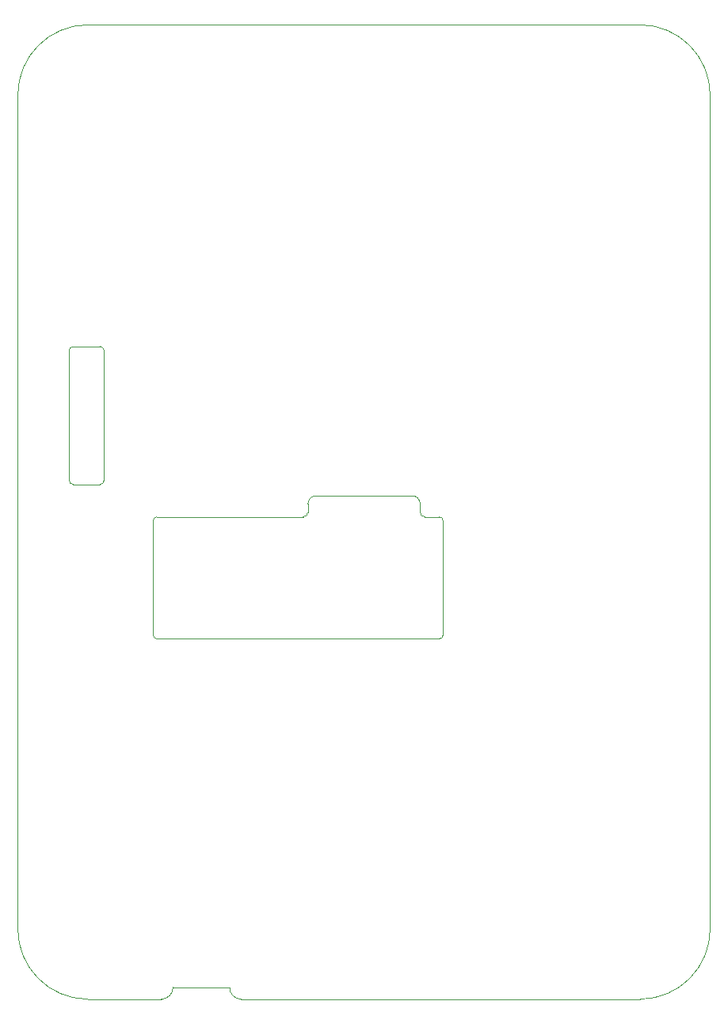
<source format=gbr>
%TF.GenerationSoftware,KiCad,Pcbnew,8.0.4*%
%TF.CreationDate,2024-08-09T22:29:50-04:00*%
%TF.ProjectId,beepy,62656570-792e-46b6-9963-61645f706362,rev?*%
%TF.SameCoordinates,Original*%
%TF.FileFunction,Profile,NP*%
%FSLAX46Y46*%
G04 Gerber Fmt 4.6, Leading zero omitted, Abs format (unit mm)*
G04 Created by KiCad (PCBNEW 8.0.4) date 2024-08-09 22:29:50*
%MOMM*%
%LPD*%
G01*
G04 APERTURE LIST*
%TA.AperFunction,Profile*%
%ADD10C,0.100000*%
%TD*%
G04 APERTURE END LIST*
D10*
X68545686Y-93329999D02*
G75*
G02*
X68945687Y-92929986I400014J-1D01*
G01*
X99540002Y-105524315D02*
G75*
G02*
X99140001Y-105924302I-400002J15D01*
G01*
X62890000Y-74740000D02*
G75*
G02*
X63290000Y-75140000I0J-400000D01*
G01*
X59990000Y-89440000D02*
G75*
G02*
X59590000Y-89040000I0J400000D01*
G01*
X99540002Y-105524315D02*
X99540001Y-93330000D01*
X97593553Y-92926447D02*
G75*
G02*
X97093553Y-92426447I47J500047D01*
G01*
X99140002Y-92929999D02*
G75*
G02*
X99540001Y-93330000I-2J-400001D01*
G01*
X97093553Y-92426447D02*
X97097105Y-91539888D01*
X85100112Y-91547105D02*
G75*
G02*
X85980000Y-90660013I883588J3505D01*
G01*
X70676117Y-143146117D02*
G75*
G02*
X69426117Y-144396117I-1250017J17D01*
G01*
X54090000Y-136900000D02*
X54090000Y-47900000D01*
X69426117Y-144396117D02*
X61590000Y-144400000D01*
X120590000Y-40400000D02*
X61590000Y-40400000D01*
X63290001Y-89040001D02*
G75*
G02*
X62890000Y-89440001I-400001J1D01*
G01*
X85096447Y-92426447D02*
G75*
G02*
X84596447Y-92926447I-500047J47D01*
G01*
X96210000Y-90660000D02*
X85980000Y-90660000D01*
X68545686Y-93329999D02*
X68545687Y-105524314D01*
X96210000Y-90660000D02*
G75*
G02*
X97097200Y-91539888I3600J-883600D01*
G01*
X120590000Y-144400000D02*
X77963883Y-144396117D01*
X62890000Y-74740000D02*
X60000000Y-74740000D01*
X63290000Y-75140000D02*
X63290000Y-89040000D01*
X76713883Y-143146117D02*
X70676117Y-143146117D01*
X62890000Y-89440000D02*
X59990000Y-89440000D01*
X99140002Y-92929999D02*
X97593553Y-92926447D01*
X68945686Y-105924315D02*
G75*
G02*
X68545685Y-105524314I14J400015D01*
G01*
X128090000Y-136900000D02*
G75*
G02*
X120590000Y-144400000I-7500000J0D01*
G01*
X120590000Y-40400000D02*
G75*
G02*
X128090000Y-47900000I0J-7500000D01*
G01*
X68945686Y-105924315D02*
X99140001Y-105924314D01*
X59590000Y-75140000D02*
G75*
G02*
X60000000Y-74740000I405000J-5000D01*
G01*
X54090000Y-47900000D02*
G75*
G02*
X61590000Y-40400000I7500000J0D01*
G01*
X128090000Y-47900000D02*
X128090000Y-136900000D01*
X61590000Y-144400000D02*
G75*
G02*
X54090000Y-136900000I0J7500000D01*
G01*
X77963883Y-144396117D02*
G75*
G02*
X76713883Y-143146117I17J1250017D01*
G01*
X85100112Y-91547105D02*
X85096447Y-92426447D01*
X59590000Y-75140000D02*
X59590000Y-89040000D01*
X84596447Y-92926447D02*
X68945687Y-92930000D01*
M02*

</source>
